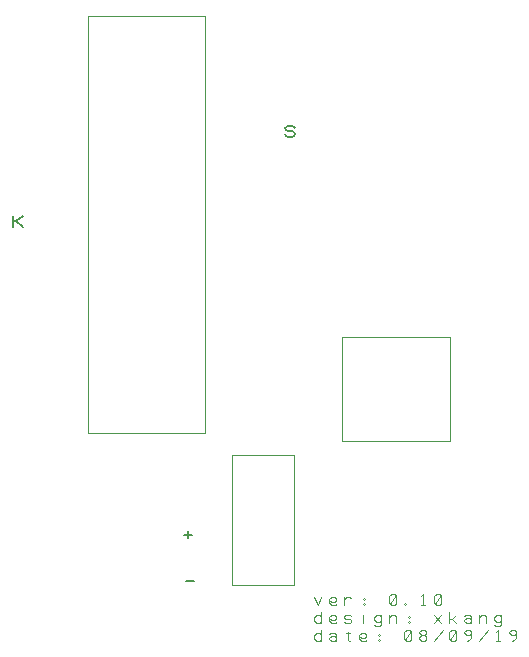
<source format=gbr>
G04 EasyPC Gerber Version 21.0.3 Build 4286 *
G04 #@! TF.Part,Single*
G04 #@! TF.FileFunction,Other,rc-car - Top Documentation *
G04 #@! TF.FilePolarity,Positive *
%FSLAX35Y35*%
%MOIN*%
%ADD14C,0.00197*%
%ADD101C,0.00300*%
%ADD11C,0.00500*%
X0Y0D02*
D02*
D11*
X61450Y147587D02*
Y151337D01*
Y149463D02*
X62387D01*
X64575Y151337*
X62387Y149463D02*
X64575Y147587D01*
X118450Y45037D02*
X120950D01*
X119700Y43787D02*
Y46287D01*
X119050Y29437D02*
X121550D01*
X152050Y178525D02*
X152363Y177900D01*
X152987Y177587*
X154237*
X154863Y177900*
X155175Y178525*
X154863Y179150*
X154237Y179463*
X152987*
X152363Y179775*
X152050Y180400*
X152363Y181025*
X152987Y181337*
X154237*
X154863Y181025*
X155175Y180400*
D02*
D14*
X86385Y217934D02*
X125315D01*
Y78966*
X86385*
Y217934*
X154956Y71582D02*
Y28118D01*
X134484*
Y71582*
X154956*
X206885Y76277D02*
X170862D01*
Y110923*
X206885*
Y76277*
D02*
D101*
X161650Y24087D02*
X162900Y21587D01*
X164150Y24087*
X169150Y21900D02*
X168837Y21587D01*
X168213*
X167587*
X166963Y21900*
X166650Y22525*
Y23463*
X166963Y23775*
X167587Y24087*
X168213*
X168837Y23775*
X169150Y23463*
Y23150*
X168837Y22837*
X168213Y22525*
X167587*
X166963Y22837*
X166650Y23150*
X171650Y21587D02*
Y24087D01*
Y23150D02*
X171963Y23775D01*
X172587Y24087*
X173213*
X173837Y23775*
X178213Y21587D02*
X178525Y21900D01*
X178213Y22213*
X177900Y21900*
X178213Y21587*
Y23150D02*
X178525Y23463D01*
X178213Y23775*
X177900Y23463*
X178213Y23150*
X186963Y21900D02*
X187587Y21587D01*
X188213*
X188837Y21900*
X189150Y22525*
Y24400*
X188837Y25025*
X188213Y25337*
X187587*
X186963Y25025*
X186650Y24400*
Y22525*
X186963Y21900*
X188837Y25025*
X191963Y21587D02*
X192275Y21900D01*
X191963Y22213*
X191650Y21900*
X191963Y21587*
X197275D02*
X198525D01*
X197900D02*
Y25337D01*
X197275Y24713*
X201963Y21900D02*
X202587Y21587D01*
X203213*
X203837Y21900*
X204150Y22525*
Y24400*
X203837Y25025*
X203213Y25337*
X202587*
X201963Y25025*
X201650Y24400*
Y22525*
X201963Y21900*
X203837Y25025*
X164150Y17150D02*
X163837Y17775D01*
X163213Y18087*
X162587*
X161963Y17775*
X161650Y17150*
Y16525*
X161963Y15900*
X162587Y15587*
X163213*
X163837Y15900*
X164150Y16525*
Y15587D02*
Y19337D01*
X169150Y15900D02*
X168837Y15587D01*
X168213*
X167587*
X166963Y15900*
X166650Y16525*
Y17463*
X166963Y17775*
X167587Y18087*
X168213*
X168837Y17775*
X169150Y17463*
Y17150*
X168837Y16837*
X168213Y16525*
X167587*
X166963Y16837*
X166650Y17150*
X171650Y15900D02*
X172275Y15587D01*
X173525*
X174150Y15900*
Y16525*
X173525Y16837*
X172275*
X171650Y17150*
Y17775*
X172275Y18087*
X173525*
X174150Y17775*
X177900Y15587D02*
Y18087D01*
Y19025D02*
X184150Y17150*
X183837Y17775D01*
X183213Y18087*
X182587*
X181963Y17775*
X181650Y17150*
Y16837*
X181963Y16213*
X182587Y15900*
X183213*
X183837Y16213*
X184150Y16837*
Y18087D02*
Y15587D01*
X183837Y14963*
X183213Y14650*
X182275*
X181650Y14963*
X186650Y15587D02*
Y18087D01*
Y17150D02*
X186963Y17775D01*
X187587Y18087*
X188213*
X188837Y17775*
X189150Y17150*
Y15587*
X193213D02*
X193525Y15900D01*
X193213Y16213*
X192900Y15900*
X193213Y15587*
Y17150D02*
X193525Y17463D01*
X193213Y17775*
X192900Y17463*
X193213Y17150*
X201650Y15587D02*
X204150Y18087D01*
Y15587D02*
X201650Y18087D01*
X206650Y15587D02*
Y19337D01*
Y16837D02*
X207587D01*
X209150Y18087*
X207587Y16837D02*
X209150Y15587D01*
X211650Y17775D02*
X212275Y18087D01*
X213213*
X213837Y17775*
X214150Y17150*
Y16213*
X213837Y15900*
X213213Y15587*
X212587*
X211963Y15900*
X211650Y16213*
Y16525*
X211963Y16837*
X212587Y17150*
X213213*
X213837Y16837*
X214150Y16525*
Y16213D02*
Y15587D01*
X216650D02*
Y18087D01*
Y17150D02*
X216963Y17775D01*
X217587Y18087*
X218213*
X218837Y17775*
X219150Y17150*
Y15587*
X224150Y17150D02*
X223837Y17775D01*
X223213Y18087*
X222587*
X221963Y17775*
X221650Y17150*
Y16837*
X221963Y16213*
X222587Y15900*
X223213*
X223837Y16213*
X224150Y16837*
Y18087D02*
Y15587D01*
X223837Y14963*
X223213Y14650*
X222275*
X221650Y14963*
X164150Y11150D02*
X163837Y11775D01*
X163213Y12087*
X162587*
X161963Y11775*
X161650Y11150*
Y10525*
X161963Y9900*
X162587Y9587*
X163213*
X163837Y9900*
X164150Y10525*
Y9587D02*
Y13337D01*
X166650Y11775D02*
X167275Y12087D01*
X168213*
X168837Y11775*
X169150Y11150*
Y10213*
X168837Y9900*
X168213Y9587*
X167587*
X166963Y9900*
X166650Y10213*
Y10525*
X166963Y10837*
X167587Y11150*
X168213*
X168837Y10837*
X169150Y10525*
Y10213D02*
Y9587D01*
X172275Y12087D02*
X173525D01*
X172900Y12713D02*
Y9900D01*
X173213Y9587*
X173525*
X173837Y9900*
X179150D02*
X178837Y9587D01*
X178213*
X177587*
X176963Y9900*
X176650Y10525*
Y11463*
X176963Y11775*
X177587Y12087*
X178213*
X178837Y11775*
X179150Y11463*
Y11150*
X178837Y10837*
X178213Y10525*
X177587*
X176963Y10837*
X176650Y11150*
X183213Y9587D02*
X183525Y9900D01*
X183213Y10213*
X182900Y9900*
X183213Y9587*
Y11150D02*
X183525Y11463D01*
X183213Y11775*
X182900Y11463*
X183213Y11150*
X191963Y9900D02*
X192587Y9587D01*
X193213*
X193837Y9900*
X194150Y10525*
Y12400*
X193837Y13025*
X193213Y13337*
X192587*
X191963Y13025*
X191650Y12400*
Y10525*
X191963Y9900*
X193837Y13025*
X197587Y11463D02*
X198213D01*
X198837Y11775*
X199150Y12400*
X198837Y13025*
X198213Y13337*
X197587*
X196963Y13025*
X196650Y12400*
X196963Y11775*
X197587Y11463*
X196963Y11150*
X196650Y10525*
X196963Y9900*
X197587Y9587*
X198213*
X198837Y9900*
X199150Y10525*
X198837Y11150*
X198213Y11463*
X201650Y9587D02*
X204775Y13337D01*
X206963Y9900D02*
X207587Y9587D01*
X208213*
X208837Y9900*
X209150Y10525*
Y12400*
X208837Y13025*
X208213Y13337*
X207587*
X206963Y13025*
X206650Y12400*
Y10525*
X206963Y9900*
X208837Y13025*
X212587Y9587D02*
X213213Y9900D01*
X213837Y10525*
X214150Y11463*
Y12400*
X213837Y13025*
X213213Y13337*
X212587*
X211963Y13025*
X211650Y12400*
X211963Y11775*
X212587Y11463*
X213213*
X213837Y11775*
X214150Y12400*
X216650Y9587D02*
X219775Y13337D01*
X222275Y9587D02*
X223525D01*
X222900D02*
Y13337D01*
X222275Y12713*
X227587Y9587D02*
X228213Y9900D01*
X228837Y10525*
X229150Y11463*
Y12400*
X228837Y13025*
X228213Y13337*
X227587*
X226963Y13025*
X226650Y12400*
X226963Y11775*
X227587Y11463*
X228213*
X228837Y11775*
X229150Y12400*
X0Y0D02*
M02*

</source>
